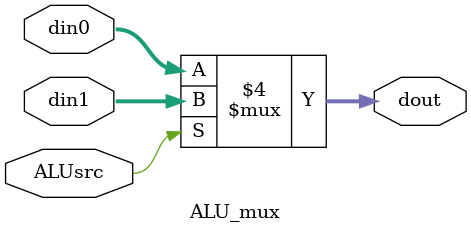
<source format=sv>
module ALU_mux (
    input logic         ALUsrc,
    input logic [31:0]  din0,
    input logic [31:0]  din1,
    output logic [31:0] dout
);

always_comb 
    if (ALUsrc == 1'b1) dout <= din1;
    else dout <= din0;
endmodule

</source>
